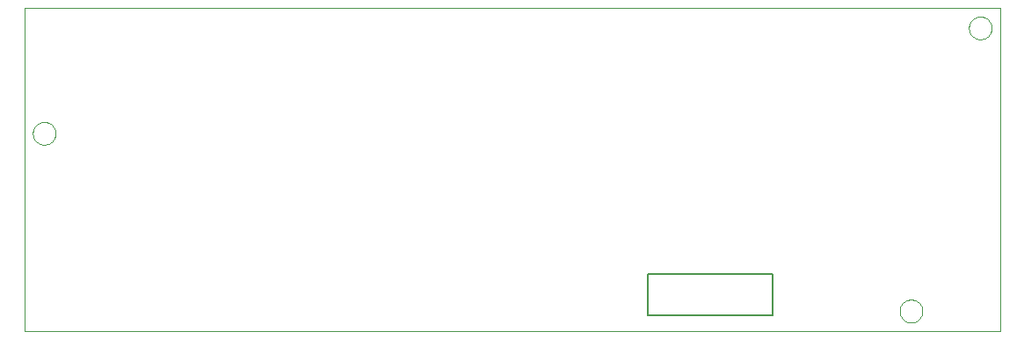
<source format=gbp>
G75*
%MOIN*%
%OFA0B0*%
%FSLAX24Y24*%
%IPPOS*%
%LPD*%
%AMOC8*
5,1,8,0,0,1.08239X$1,22.5*
%
%ADD10C,0.0000*%
%ADD11C,0.0050*%
D10*
X000100Y000100D02*
X000100Y012350D01*
X037100Y012350D01*
X037100Y000100D01*
X000100Y000100D01*
X000417Y007600D02*
X000419Y007641D01*
X000425Y007682D01*
X000435Y007722D01*
X000448Y007761D01*
X000465Y007798D01*
X000486Y007834D01*
X000510Y007868D01*
X000537Y007899D01*
X000566Y007927D01*
X000599Y007953D01*
X000633Y007975D01*
X000670Y007994D01*
X000708Y008009D01*
X000748Y008021D01*
X000788Y008029D01*
X000829Y008033D01*
X000871Y008033D01*
X000912Y008029D01*
X000952Y008021D01*
X000992Y008009D01*
X001030Y007994D01*
X001066Y007975D01*
X001101Y007953D01*
X001134Y007927D01*
X001163Y007899D01*
X001190Y007868D01*
X001214Y007834D01*
X001235Y007798D01*
X001252Y007761D01*
X001265Y007722D01*
X001275Y007682D01*
X001281Y007641D01*
X001283Y007600D01*
X001281Y007559D01*
X001275Y007518D01*
X001265Y007478D01*
X001252Y007439D01*
X001235Y007402D01*
X001214Y007366D01*
X001190Y007332D01*
X001163Y007301D01*
X001134Y007273D01*
X001101Y007247D01*
X001067Y007225D01*
X001030Y007206D01*
X000992Y007191D01*
X000952Y007179D01*
X000912Y007171D01*
X000871Y007167D01*
X000829Y007167D01*
X000788Y007171D01*
X000748Y007179D01*
X000708Y007191D01*
X000670Y007206D01*
X000634Y007225D01*
X000599Y007247D01*
X000566Y007273D01*
X000537Y007301D01*
X000510Y007332D01*
X000486Y007366D01*
X000465Y007402D01*
X000448Y007439D01*
X000435Y007478D01*
X000425Y007518D01*
X000419Y007559D01*
X000417Y007600D01*
X033292Y000850D02*
X033294Y000891D01*
X033300Y000932D01*
X033310Y000972D01*
X033323Y001011D01*
X033340Y001048D01*
X033361Y001084D01*
X033385Y001118D01*
X033412Y001149D01*
X033441Y001177D01*
X033474Y001203D01*
X033508Y001225D01*
X033545Y001244D01*
X033583Y001259D01*
X033623Y001271D01*
X033663Y001279D01*
X033704Y001283D01*
X033746Y001283D01*
X033787Y001279D01*
X033827Y001271D01*
X033867Y001259D01*
X033905Y001244D01*
X033941Y001225D01*
X033976Y001203D01*
X034009Y001177D01*
X034038Y001149D01*
X034065Y001118D01*
X034089Y001084D01*
X034110Y001048D01*
X034127Y001011D01*
X034140Y000972D01*
X034150Y000932D01*
X034156Y000891D01*
X034158Y000850D01*
X034156Y000809D01*
X034150Y000768D01*
X034140Y000728D01*
X034127Y000689D01*
X034110Y000652D01*
X034089Y000616D01*
X034065Y000582D01*
X034038Y000551D01*
X034009Y000523D01*
X033976Y000497D01*
X033942Y000475D01*
X033905Y000456D01*
X033867Y000441D01*
X033827Y000429D01*
X033787Y000421D01*
X033746Y000417D01*
X033704Y000417D01*
X033663Y000421D01*
X033623Y000429D01*
X033583Y000441D01*
X033545Y000456D01*
X033509Y000475D01*
X033474Y000497D01*
X033441Y000523D01*
X033412Y000551D01*
X033385Y000582D01*
X033361Y000616D01*
X033340Y000652D01*
X033323Y000689D01*
X033310Y000728D01*
X033300Y000768D01*
X033294Y000809D01*
X033292Y000850D01*
X035917Y011600D02*
X035919Y011641D01*
X035925Y011682D01*
X035935Y011722D01*
X035948Y011761D01*
X035965Y011798D01*
X035986Y011834D01*
X036010Y011868D01*
X036037Y011899D01*
X036066Y011927D01*
X036099Y011953D01*
X036133Y011975D01*
X036170Y011994D01*
X036208Y012009D01*
X036248Y012021D01*
X036288Y012029D01*
X036329Y012033D01*
X036371Y012033D01*
X036412Y012029D01*
X036452Y012021D01*
X036492Y012009D01*
X036530Y011994D01*
X036566Y011975D01*
X036601Y011953D01*
X036634Y011927D01*
X036663Y011899D01*
X036690Y011868D01*
X036714Y011834D01*
X036735Y011798D01*
X036752Y011761D01*
X036765Y011722D01*
X036775Y011682D01*
X036781Y011641D01*
X036783Y011600D01*
X036781Y011559D01*
X036775Y011518D01*
X036765Y011478D01*
X036752Y011439D01*
X036735Y011402D01*
X036714Y011366D01*
X036690Y011332D01*
X036663Y011301D01*
X036634Y011273D01*
X036601Y011247D01*
X036567Y011225D01*
X036530Y011206D01*
X036492Y011191D01*
X036452Y011179D01*
X036412Y011171D01*
X036371Y011167D01*
X036329Y011167D01*
X036288Y011171D01*
X036248Y011179D01*
X036208Y011191D01*
X036170Y011206D01*
X036134Y011225D01*
X036099Y011247D01*
X036066Y011273D01*
X036037Y011301D01*
X036010Y011332D01*
X035986Y011366D01*
X035965Y011402D01*
X035948Y011439D01*
X035935Y011478D01*
X035925Y011518D01*
X035919Y011559D01*
X035917Y011600D01*
D11*
X028462Y002262D02*
X023738Y002262D01*
X023738Y000688D01*
X028462Y000688D01*
X028462Y002262D01*
M02*

</source>
